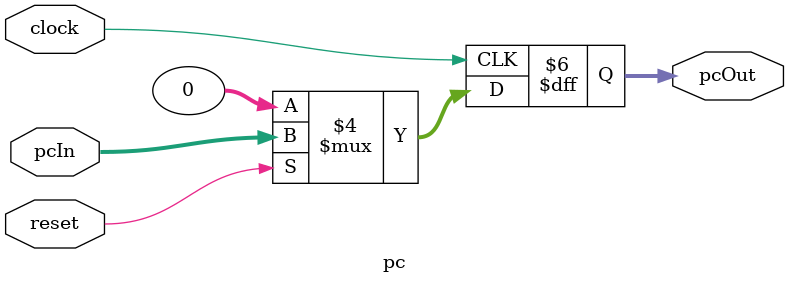
<source format=v>
module pc(pcIn, pcOut, clock, reset);
    input [31:0] pcIn;
    input clock, reset;
    output [31:0] pcOut;
    reg [31:0] pcOut;
    
    always @(posedge clock)
        if (!reset) pcOut <= 0;
        else pcOut <= pcIn;
endmodule
</source>
